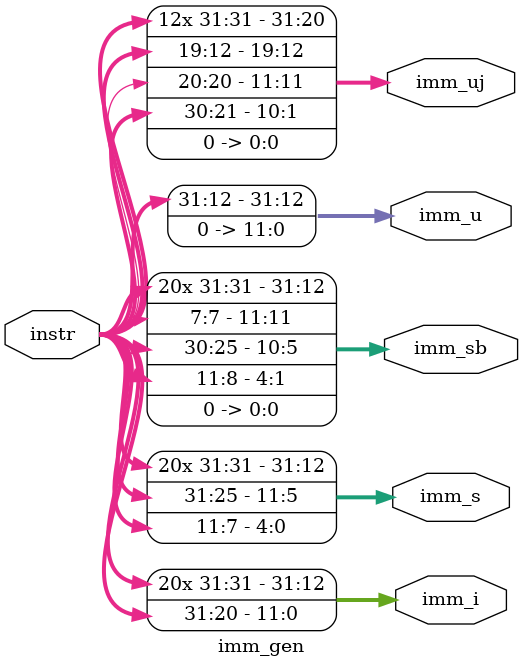
<source format=v>

module imm_gen(
    input  wire [31:0] instr,
    output reg  [31:0] imm_i,
    output reg  [31:0] imm_s,
    output reg  [31:0] imm_sb,
    output reg  [31:0] imm_u,
    output reg  [31:0] imm_uj
);

    always @(*) begin
        imm_i = {{20{instr[31]}}, instr[31:20]};
        imm_s = {{20{instr[31]}}, instr[31:25], instr[11:7]};

        imm_sb = {{19{instr[31]}}, instr[31], instr[7], instr[30:25], instr[11:8], 1'b0};

       
        imm_u = {instr[31:12], 12'b0};

      
        imm_uj = {{11{instr[31]}}, instr[31], instr[19:12], instr[20], instr[30:21], 1'b0};
    end

endmodule

</source>
